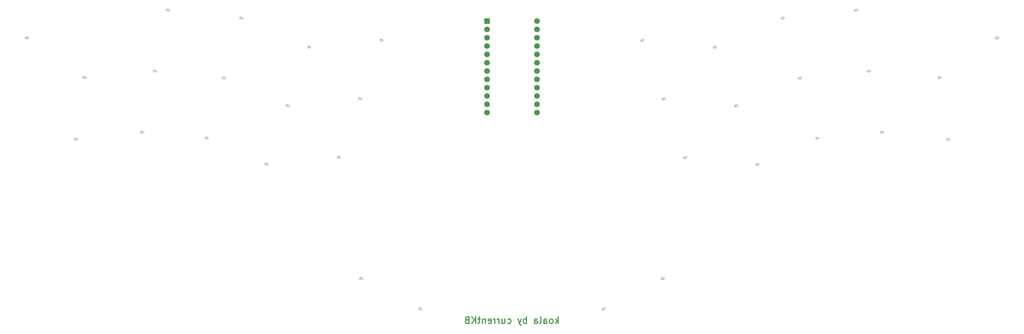
<source format=gbr>
%TF.GenerationSoftware,KiCad,Pcbnew,7.0.1-3b83917a11~172~ubuntu22.04.1*%
%TF.CreationDate,2023-04-10T14:49:45+02:00*%
%TF.ProjectId,koala-v1_ne,6b6f616c-612d-4763-915f-6e652e6b6963,v1.0.0*%
%TF.SameCoordinates,Original*%
%TF.FileFunction,Legend,Bot*%
%TF.FilePolarity,Positive*%
%FSLAX46Y46*%
G04 Gerber Fmt 4.6, Leading zero omitted, Abs format (unit mm)*
G04 Created by KiCad (PCBNEW 7.0.1-3b83917a11~172~ubuntu22.04.1) date 2023-04-10 14:49:45*
%MOMM*%
%LPD*%
G01*
G04 APERTURE LIST*
%ADD10C,0.300000*%
%ADD11C,0.100000*%
%ADD12R,1.752600X1.752600*%
%ADD13C,1.752600*%
G04 APERTURE END LIST*
D10*
X207514446Y-195150759D02*
X207514446Y-193150759D01*
X207323970Y-194388854D02*
X206752541Y-195150759D01*
X206752541Y-193817425D02*
X207514446Y-194579330D01*
X205609684Y-195150759D02*
X205800160Y-195055521D01*
X205800160Y-195055521D02*
X205895398Y-194960282D01*
X205895398Y-194960282D02*
X205990636Y-194769806D01*
X205990636Y-194769806D02*
X205990636Y-194198378D01*
X205990636Y-194198378D02*
X205895398Y-194007901D01*
X205895398Y-194007901D02*
X205800160Y-193912663D01*
X205800160Y-193912663D02*
X205609684Y-193817425D01*
X205609684Y-193817425D02*
X205323969Y-193817425D01*
X205323969Y-193817425D02*
X205133493Y-193912663D01*
X205133493Y-193912663D02*
X205038255Y-194007901D01*
X205038255Y-194007901D02*
X204943017Y-194198378D01*
X204943017Y-194198378D02*
X204943017Y-194769806D01*
X204943017Y-194769806D02*
X205038255Y-194960282D01*
X205038255Y-194960282D02*
X205133493Y-195055521D01*
X205133493Y-195055521D02*
X205323969Y-195150759D01*
X205323969Y-195150759D02*
X205609684Y-195150759D01*
X203228731Y-195150759D02*
X203228731Y-194103140D01*
X203228731Y-194103140D02*
X203323969Y-193912663D01*
X203323969Y-193912663D02*
X203514445Y-193817425D01*
X203514445Y-193817425D02*
X203895398Y-193817425D01*
X203895398Y-193817425D02*
X204085874Y-193912663D01*
X203228731Y-195055521D02*
X203419207Y-195150759D01*
X203419207Y-195150759D02*
X203895398Y-195150759D01*
X203895398Y-195150759D02*
X204085874Y-195055521D01*
X204085874Y-195055521D02*
X204181112Y-194865044D01*
X204181112Y-194865044D02*
X204181112Y-194674568D01*
X204181112Y-194674568D02*
X204085874Y-194484092D01*
X204085874Y-194484092D02*
X203895398Y-194388854D01*
X203895398Y-194388854D02*
X203419207Y-194388854D01*
X203419207Y-194388854D02*
X203228731Y-194293616D01*
X201990636Y-195150759D02*
X202181112Y-195055521D01*
X202181112Y-195055521D02*
X202276350Y-194865044D01*
X202276350Y-194865044D02*
X202276350Y-193150759D01*
X200371588Y-195150759D02*
X200371588Y-194103140D01*
X200371588Y-194103140D02*
X200466826Y-193912663D01*
X200466826Y-193912663D02*
X200657302Y-193817425D01*
X200657302Y-193817425D02*
X201038255Y-193817425D01*
X201038255Y-193817425D02*
X201228731Y-193912663D01*
X200371588Y-195055521D02*
X200562064Y-195150759D01*
X200562064Y-195150759D02*
X201038255Y-195150759D01*
X201038255Y-195150759D02*
X201228731Y-195055521D01*
X201228731Y-195055521D02*
X201323969Y-194865044D01*
X201323969Y-194865044D02*
X201323969Y-194674568D01*
X201323969Y-194674568D02*
X201228731Y-194484092D01*
X201228731Y-194484092D02*
X201038255Y-194388854D01*
X201038255Y-194388854D02*
X200562064Y-194388854D01*
X200562064Y-194388854D02*
X200371588Y-194293616D01*
X197895397Y-195150759D02*
X197895397Y-193150759D01*
X197895397Y-193912663D02*
X197704921Y-193817425D01*
X197704921Y-193817425D02*
X197323968Y-193817425D01*
X197323968Y-193817425D02*
X197133492Y-193912663D01*
X197133492Y-193912663D02*
X197038254Y-194007901D01*
X197038254Y-194007901D02*
X196943016Y-194198378D01*
X196943016Y-194198378D02*
X196943016Y-194769806D01*
X196943016Y-194769806D02*
X197038254Y-194960282D01*
X197038254Y-194960282D02*
X197133492Y-195055521D01*
X197133492Y-195055521D02*
X197323968Y-195150759D01*
X197323968Y-195150759D02*
X197704921Y-195150759D01*
X197704921Y-195150759D02*
X197895397Y-195055521D01*
X196276349Y-193817425D02*
X195800159Y-195150759D01*
X195323968Y-193817425D02*
X195800159Y-195150759D01*
X195800159Y-195150759D02*
X195990635Y-195626949D01*
X195990635Y-195626949D02*
X196085873Y-195722187D01*
X196085873Y-195722187D02*
X196276349Y-195817425D01*
X192181110Y-195055521D02*
X192371586Y-195150759D01*
X192371586Y-195150759D02*
X192752539Y-195150759D01*
X192752539Y-195150759D02*
X192943015Y-195055521D01*
X192943015Y-195055521D02*
X193038253Y-194960282D01*
X193038253Y-194960282D02*
X193133491Y-194769806D01*
X193133491Y-194769806D02*
X193133491Y-194198378D01*
X193133491Y-194198378D02*
X193038253Y-194007901D01*
X193038253Y-194007901D02*
X192943015Y-193912663D01*
X192943015Y-193912663D02*
X192752539Y-193817425D01*
X192752539Y-193817425D02*
X192371586Y-193817425D01*
X192371586Y-193817425D02*
X192181110Y-193912663D01*
X190466824Y-193817425D02*
X190466824Y-195150759D01*
X191323967Y-193817425D02*
X191323967Y-194865044D01*
X191323967Y-194865044D02*
X191228729Y-195055521D01*
X191228729Y-195055521D02*
X191038253Y-195150759D01*
X191038253Y-195150759D02*
X190752538Y-195150759D01*
X190752538Y-195150759D02*
X190562062Y-195055521D01*
X190562062Y-195055521D02*
X190466824Y-194960282D01*
X189514443Y-195150759D02*
X189514443Y-193817425D01*
X189514443Y-194198378D02*
X189419205Y-194007901D01*
X189419205Y-194007901D02*
X189323967Y-193912663D01*
X189323967Y-193912663D02*
X189133491Y-193817425D01*
X189133491Y-193817425D02*
X188943014Y-193817425D01*
X188276348Y-195150759D02*
X188276348Y-193817425D01*
X188276348Y-194198378D02*
X188181110Y-194007901D01*
X188181110Y-194007901D02*
X188085872Y-193912663D01*
X188085872Y-193912663D02*
X187895396Y-193817425D01*
X187895396Y-193817425D02*
X187704919Y-193817425D01*
X186276348Y-195055521D02*
X186466824Y-195150759D01*
X186466824Y-195150759D02*
X186847777Y-195150759D01*
X186847777Y-195150759D02*
X187038253Y-195055521D01*
X187038253Y-195055521D02*
X187133491Y-194865044D01*
X187133491Y-194865044D02*
X187133491Y-194103140D01*
X187133491Y-194103140D02*
X187038253Y-193912663D01*
X187038253Y-193912663D02*
X186847777Y-193817425D01*
X186847777Y-193817425D02*
X186466824Y-193817425D01*
X186466824Y-193817425D02*
X186276348Y-193912663D01*
X186276348Y-193912663D02*
X186181110Y-194103140D01*
X186181110Y-194103140D02*
X186181110Y-194293616D01*
X186181110Y-194293616D02*
X187133491Y-194484092D01*
X185323967Y-193817425D02*
X185323967Y-195150759D01*
X185323967Y-194007901D02*
X185228729Y-193912663D01*
X185228729Y-193912663D02*
X185038253Y-193817425D01*
X185038253Y-193817425D02*
X184752538Y-193817425D01*
X184752538Y-193817425D02*
X184562062Y-193912663D01*
X184562062Y-193912663D02*
X184466824Y-194103140D01*
X184466824Y-194103140D02*
X184466824Y-195150759D01*
X183800157Y-193817425D02*
X183038253Y-193817425D01*
X183514443Y-193150759D02*
X183514443Y-194865044D01*
X183514443Y-194865044D02*
X183419205Y-195055521D01*
X183419205Y-195055521D02*
X183228729Y-195150759D01*
X183228729Y-195150759D02*
X183038253Y-195150759D01*
X182371586Y-195150759D02*
X182371586Y-193150759D01*
X181228729Y-195150759D02*
X182085872Y-194007901D01*
X181228729Y-193150759D02*
X182371586Y-194293616D01*
X179704919Y-194103140D02*
X179419205Y-194198378D01*
X179419205Y-194198378D02*
X179323967Y-194293616D01*
X179323967Y-194293616D02*
X179228729Y-194484092D01*
X179228729Y-194484092D02*
X179228729Y-194769806D01*
X179228729Y-194769806D02*
X179323967Y-194960282D01*
X179323967Y-194960282D02*
X179419205Y-195055521D01*
X179419205Y-195055521D02*
X179609681Y-195150759D01*
X179609681Y-195150759D02*
X180371586Y-195150759D01*
X180371586Y-195150759D02*
X180371586Y-193150759D01*
X180371586Y-193150759D02*
X179704919Y-193150759D01*
X179704919Y-193150759D02*
X179514443Y-193245997D01*
X179514443Y-193245997D02*
X179419205Y-193341235D01*
X179419205Y-193341235D02*
X179323967Y-193531711D01*
X179323967Y-193531711D02*
X179323967Y-193722187D01*
X179323967Y-193722187D02*
X179419205Y-193912663D01*
X179419205Y-193912663D02*
X179514443Y-194007901D01*
X179514443Y-194007901D02*
X179704919Y-194103140D01*
X179704919Y-194103140D02*
X180371586Y-194103140D01*
D11*
%TO.C,D4*%
X79854836Y-136629151D02*
X80246095Y-136712316D01*
X80246095Y-136712316D02*
X80360447Y-136174335D01*
X80246095Y-136712316D02*
X80131744Y-137250297D01*
X80246095Y-136712316D02*
X80916149Y-136445804D01*
X80916149Y-136445804D02*
X80749819Y-137228322D01*
X80832984Y-136837063D02*
X81322058Y-136941019D01*
X80749819Y-137228322D02*
X80246095Y-136712316D01*
%TO.C,D25*%
X280630304Y-120454064D02*
X281014808Y-120343809D01*
X281014808Y-120343809D02*
X280863208Y-119815115D01*
X281014808Y-120343809D02*
X281166409Y-120872503D01*
X281014808Y-120343809D02*
X281481310Y-119793922D01*
X281481310Y-119793922D02*
X281701820Y-120562931D01*
X281591565Y-120178427D02*
X282072196Y-120040608D01*
X281701820Y-120562931D02*
X281014808Y-120343809D01*
%TO.C,D12*%
X130861462Y-110521547D02*
X131237339Y-110658355D01*
X131237339Y-110658355D02*
X131425450Y-110141524D01*
X131237339Y-110658355D02*
X131049228Y-111175186D01*
X131237339Y-110658355D02*
X131937962Y-110487690D01*
X131937962Y-110487690D02*
X131664346Y-111239444D01*
X131801154Y-110863567D02*
X132271000Y-111034577D01*
X131664346Y-111239444D02*
X131237339Y-110658355D01*
%TO.C,D33*%
X238786390Y-181691231D02*
X239162267Y-181554423D01*
X239162267Y-181554423D02*
X238974156Y-181037592D01*
X239162267Y-181554423D02*
X239350378Y-182071254D01*
X239162267Y-181554423D02*
X239589274Y-180973334D01*
X239589274Y-180973334D02*
X239862890Y-181725088D01*
X239726082Y-181349211D02*
X240195928Y-181178201D01*
X239862890Y-181725088D02*
X239162267Y-181554423D01*
%TO.C,D31*%
X239095725Y-126842656D02*
X239471602Y-126705848D01*
X239471602Y-126705848D02*
X239283491Y-126189017D01*
X239471602Y-126705848D02*
X239659713Y-127222679D01*
X239471602Y-126705848D02*
X239898609Y-126124759D01*
X239898609Y-126124759D02*
X240172225Y-126876513D01*
X240035417Y-126500636D02*
X240505263Y-126329626D01*
X240172225Y-126876513D02*
X239471602Y-126705848D01*
%TO.C,D16*%
X146753902Y-181178199D02*
X147129779Y-181315007D01*
X147129779Y-181315007D02*
X147317890Y-180798176D01*
X147129779Y-181315007D02*
X146941668Y-181831838D01*
X147129779Y-181315007D02*
X147830402Y-181144342D01*
X147830402Y-181144342D02*
X147556786Y-181896096D01*
X147693594Y-181520219D02*
X148163440Y-181691229D01*
X147556786Y-181896096D02*
X147129779Y-181315007D01*
%TO.C,D3*%
X44763076Y-107885333D02*
X45159183Y-107941002D01*
X45159183Y-107941002D02*
X45235728Y-107396355D01*
X45159183Y-107941002D02*
X45082638Y-108485650D01*
X45159183Y-107941002D02*
X45809013Y-107628399D01*
X45809013Y-107628399D02*
X45697675Y-108420614D01*
X45753344Y-108024506D02*
X46248478Y-108094093D01*
X45697675Y-108420614D02*
X45159183Y-107941002D01*
%TO.C,D14*%
X146444562Y-126329629D02*
X146820439Y-126466437D01*
X146820439Y-126466437D02*
X147008550Y-125949606D01*
X146820439Y-126466437D02*
X146632328Y-126983268D01*
X146820439Y-126466437D02*
X147521062Y-126295772D01*
X147521062Y-126295772D02*
X147247446Y-127047526D01*
X147384254Y-126671649D02*
X147854100Y-126842659D01*
X147247446Y-127047526D02*
X146820439Y-126466437D01*
%TO.C,D34*%
X220823131Y-191136717D02*
X221150792Y-190907287D01*
X221150792Y-190907287D02*
X220835325Y-190456753D01*
X221150792Y-190907287D02*
X221466259Y-191357820D01*
X221150792Y-190907287D02*
X221412852Y-190235480D01*
X221412852Y-190235480D02*
X221871714Y-190890802D01*
X221642283Y-190563141D02*
X222051859Y-190276353D01*
X221871714Y-190890802D02*
X221150792Y-190907287D01*
%TO.C,D21*%
X305627766Y-136941023D02*
X306019025Y-136857858D01*
X306019025Y-136857858D02*
X305904674Y-136319877D01*
X306019025Y-136857858D02*
X306133377Y-137395839D01*
X306019025Y-136857858D02*
X306522749Y-136341852D01*
X306522749Y-136341852D02*
X306689079Y-137124370D01*
X306605914Y-136733111D02*
X307094988Y-136629155D01*
X306689079Y-137124370D02*
X306019025Y-136857858D01*
%TO.C,D29*%
X254678819Y-111034583D02*
X255054696Y-110897775D01*
X255054696Y-110897775D02*
X254866585Y-110380944D01*
X255054696Y-110897775D02*
X255242807Y-111414606D01*
X255054696Y-110897775D02*
X255481703Y-110316686D01*
X255481703Y-110316686D02*
X255755319Y-111068440D01*
X255618511Y-110692563D02*
X256088357Y-110521553D01*
X255755319Y-111068440D02*
X255054696Y-110897775D01*
%TO.C,D2*%
X62302060Y-119968882D02*
X62698167Y-120024551D01*
X62698167Y-120024551D02*
X62774712Y-119479904D01*
X62698167Y-120024551D02*
X62621622Y-120569199D01*
X62698167Y-120024551D02*
X63347997Y-119711948D01*
X63347997Y-119711948D02*
X63236659Y-120504163D01*
X63292328Y-120108055D02*
X63787462Y-120177642D01*
X63236659Y-120504163D02*
X62698167Y-120024551D01*
%TO.C,D11*%
X124345981Y-128422696D02*
X124721858Y-128559504D01*
X124721858Y-128559504D02*
X124909969Y-128042673D01*
X124721858Y-128559504D02*
X124533747Y-129076335D01*
X124721858Y-128559504D02*
X125422481Y-128388839D01*
X125422481Y-128388839D02*
X125148865Y-129140593D01*
X125285673Y-128764716D02*
X125755519Y-128935726D01*
X125148865Y-129140593D02*
X124721858Y-128559504D01*
%TO.C,D18*%
X325813604Y-139042252D02*
X326209711Y-138986583D01*
X326209711Y-138986583D02*
X326133166Y-138441935D01*
X326209711Y-138986583D02*
X326286256Y-139531230D01*
X326209711Y-138986583D02*
X326748203Y-138506971D01*
X326748203Y-138506971D02*
X326859541Y-139299186D01*
X326803872Y-138903079D02*
X327299006Y-138833492D01*
X326859541Y-139299186D02*
X326209711Y-138986583D01*
%TO.C,D20*%
X340701342Y-108094090D02*
X341097449Y-108038421D01*
X341097449Y-108038421D02*
X341020904Y-107493773D01*
X341097449Y-108038421D02*
X341173994Y-108583068D01*
X341097449Y-108038421D02*
X341635941Y-107558809D01*
X341635941Y-107558809D02*
X341747279Y-108351024D01*
X341691610Y-107954917D02*
X342186744Y-107885330D01*
X341747279Y-108351024D02*
X341097449Y-108038421D01*
%TO.C,D23*%
X297706332Y-99673597D02*
X298097591Y-99590432D01*
X298097591Y-99590432D02*
X297983240Y-99052451D01*
X298097591Y-99590432D02*
X298211943Y-100128413D01*
X298097591Y-99590432D02*
X298601315Y-99074426D01*
X298601315Y-99074426D02*
X298767645Y-99856944D01*
X298684480Y-99465685D02*
X299173554Y-99361729D01*
X298767645Y-99856944D02*
X298097591Y-99590432D01*
%TO.C,D24*%
X285881197Y-138766094D02*
X286265701Y-138655839D01*
X286265701Y-138655839D02*
X286114101Y-138127145D01*
X286265701Y-138655839D02*
X286417302Y-139184533D01*
X286265701Y-138655839D02*
X286732203Y-138105952D01*
X286732203Y-138105952D02*
X286952713Y-138874961D01*
X286842458Y-138490457D02*
X287323089Y-138352638D01*
X286952713Y-138874961D02*
X286265701Y-138655839D01*
%TO.C,D10*%
X117830492Y-146323840D02*
X118206369Y-146460648D01*
X118206369Y-146460648D02*
X118394480Y-145943817D01*
X118206369Y-146460648D02*
X118018258Y-146977479D01*
X118206369Y-146460648D02*
X118906992Y-146289983D01*
X118906992Y-146289983D02*
X118633376Y-147041737D01*
X118770184Y-146665860D02*
X119240030Y-146836870D01*
X118633376Y-147041737D02*
X118206369Y-146460648D01*
%TO.C,D1*%
X59650814Y-138833496D02*
X60046921Y-138889165D01*
X60046921Y-138889165D02*
X60123466Y-138344518D01*
X60046921Y-138889165D02*
X59970376Y-139433813D01*
X60046921Y-138889165D02*
X60696751Y-138576562D01*
X60696751Y-138576562D02*
X60585413Y-139368777D01*
X60641082Y-138972669D02*
X61136216Y-139042256D01*
X60585413Y-139368777D02*
X60046921Y-138889165D01*
%TO.C,D5*%
X83815557Y-117995442D02*
X84206816Y-118078607D01*
X84206816Y-118078607D02*
X84321168Y-117540626D01*
X84206816Y-118078607D02*
X84092465Y-118616588D01*
X84206816Y-118078607D02*
X84876870Y-117812095D01*
X84876870Y-117812095D02*
X84710540Y-118594613D01*
X84793705Y-118203354D02*
X85282779Y-118307310D01*
X84710540Y-118594613D02*
X84206816Y-118078607D01*
%TO.C,D9*%
X110128525Y-101728574D02*
X110513029Y-101838829D01*
X110513029Y-101838829D02*
X110664630Y-101310135D01*
X110513029Y-101838829D02*
X110361429Y-102367523D01*
X110513029Y-101838829D02*
X111200041Y-101619707D01*
X111200041Y-101619707D02*
X110979531Y-102388716D01*
X111089786Y-102004211D02*
X111570417Y-102142030D01*
X110979531Y-102388716D02*
X110513029Y-101838829D01*
%TO.C,D28*%
X261194308Y-128935725D02*
X261570185Y-128798917D01*
X261570185Y-128798917D02*
X261382074Y-128282086D01*
X261570185Y-128798917D02*
X261758296Y-129315748D01*
X261570185Y-128798917D02*
X261997192Y-128217828D01*
X261997192Y-128217828D02*
X262270808Y-128969582D01*
X262134000Y-128593705D02*
X262603846Y-128422695D01*
X262270808Y-128969582D02*
X261570185Y-128798917D01*
%TO.C,D26*%
X275379411Y-102142028D02*
X275763915Y-102031773D01*
X275763915Y-102031773D02*
X275612315Y-101503079D01*
X275763915Y-102031773D02*
X275915516Y-102560467D01*
X275763915Y-102031773D02*
X276230417Y-101481886D01*
X276230417Y-101481886D02*
X276450927Y-102250895D01*
X276340672Y-101866391D02*
X276821303Y-101728572D01*
X276450927Y-102250895D02*
X275763915Y-102031773D01*
%TO.C,D15*%
X152960049Y-108428485D02*
X153335926Y-108565293D01*
X153335926Y-108565293D02*
X153524037Y-108048462D01*
X153335926Y-108565293D02*
X153147815Y-109082124D01*
X153335926Y-108565293D02*
X154036549Y-108394628D01*
X154036549Y-108394628D02*
X153762933Y-109146382D01*
X153899741Y-108770505D02*
X154369587Y-108941515D01*
X153762933Y-109146382D02*
X153335926Y-108565293D01*
%TO.C,D27*%
X267709788Y-146836872D02*
X268085665Y-146700064D01*
X268085665Y-146700064D02*
X267897554Y-146183233D01*
X268085665Y-146700064D02*
X268273776Y-147216895D01*
X268085665Y-146700064D02*
X268512672Y-146118975D01*
X268512672Y-146118975D02*
X268786288Y-146870729D01*
X268649480Y-146494852D02*
X269119326Y-146323842D01*
X268786288Y-146870729D02*
X268085665Y-146700064D01*
%TO.C,D17*%
X164897967Y-190276347D02*
X165225628Y-190505777D01*
X165225628Y-190505777D02*
X165541095Y-190055244D01*
X165225628Y-190505777D02*
X164910161Y-190956311D01*
X165225628Y-190505777D02*
X165946550Y-190522262D01*
X165946550Y-190522262D02*
X165487688Y-191177584D01*
X165717119Y-190849923D02*
X166126695Y-191136711D01*
X165487688Y-191177584D02*
X165225628Y-190505777D01*
%TO.C,D32*%
X232580246Y-108941511D02*
X232956123Y-108804703D01*
X232956123Y-108804703D02*
X232768012Y-108287872D01*
X232956123Y-108804703D02*
X233144234Y-109321534D01*
X232956123Y-108804703D02*
X233383130Y-108223614D01*
X233383130Y-108223614D02*
X233656746Y-108975368D01*
X233519938Y-108599491D02*
X233989784Y-108428481D01*
X233656746Y-108975368D02*
X232956123Y-108804703D01*
%TO.C,D8*%
X104877628Y-120040604D02*
X105262132Y-120150859D01*
X105262132Y-120150859D02*
X105413733Y-119622165D01*
X105262132Y-120150859D02*
X105110532Y-120679553D01*
X105262132Y-120150859D02*
X105949144Y-119931737D01*
X105949144Y-119931737D02*
X105728634Y-120700746D01*
X105838889Y-120316241D02*
X106319520Y-120454060D01*
X105728634Y-120700746D02*
X105262132Y-120150859D01*
%TO.C,D30*%
X245611210Y-144743799D02*
X245987087Y-144606991D01*
X245987087Y-144606991D02*
X245798976Y-144090160D01*
X245987087Y-144606991D02*
X246175198Y-145123822D01*
X245987087Y-144606991D02*
X246414094Y-144025902D01*
X246414094Y-144025902D02*
X246687710Y-144777656D01*
X246550902Y-144401779D02*
X247020748Y-144230769D01*
X246687710Y-144777656D02*
X245987087Y-144606991D01*
%TO.C,D7*%
X99626732Y-138352639D02*
X100011236Y-138462894D01*
X100011236Y-138462894D02*
X100162837Y-137934200D01*
X100011236Y-138462894D02*
X99859636Y-138991588D01*
X100011236Y-138462894D02*
X100698248Y-138243772D01*
X100698248Y-138243772D02*
X100477738Y-139012781D01*
X100587993Y-138628276D02*
X101068624Y-138766095D01*
X100477738Y-139012781D02*
X100011236Y-138462894D01*
%TO.C,D6*%
X87776272Y-99361731D02*
X88167531Y-99444896D01*
X88167531Y-99444896D02*
X88281883Y-98906915D01*
X88167531Y-99444896D02*
X88053180Y-99982877D01*
X88167531Y-99444896D02*
X88837585Y-99178384D01*
X88837585Y-99178384D02*
X88671255Y-99960902D01*
X88754420Y-99569643D02*
X89243494Y-99673599D01*
X88671255Y-99960902D02*
X88167531Y-99444896D01*
%TO.C,D13*%
X139929077Y-144230774D02*
X140304954Y-144367582D01*
X140304954Y-144367582D02*
X140493065Y-143850751D01*
X140304954Y-144367582D02*
X140116843Y-144884413D01*
X140304954Y-144367582D02*
X141005577Y-144196917D01*
X141005577Y-144196917D02*
X140731961Y-144948671D01*
X140868769Y-144572794D02*
X141338615Y-144743804D01*
X140731961Y-144948671D02*
X140304954Y-144367582D01*
%TO.C,D22*%
X301667052Y-118307310D02*
X302058311Y-118224145D01*
X302058311Y-118224145D02*
X301943960Y-117686164D01*
X302058311Y-118224145D02*
X302172663Y-118762126D01*
X302058311Y-118224145D02*
X302562035Y-117708139D01*
X302562035Y-117708139D02*
X302728365Y-118490657D01*
X302645200Y-118099398D02*
X303134274Y-117995442D01*
X302728365Y-118490657D02*
X302058311Y-118224145D01*
%TO.C,D19*%
X323162363Y-120177642D02*
X323558470Y-120121973D01*
X323558470Y-120121973D02*
X323481925Y-119577325D01*
X323558470Y-120121973D02*
X323635015Y-120666620D01*
X323558470Y-120121973D02*
X324096962Y-119642361D01*
X324096962Y-119642361D02*
X324208300Y-120434576D01*
X324152631Y-120038469D02*
X324647765Y-119968882D01*
X324208300Y-120434576D02*
X323558470Y-120121973D01*
%TD*%
D12*
%TO.C,MCU1*%
X185854909Y-102917674D03*
D13*
X185854909Y-105457674D03*
X185854909Y-107997674D03*
X185854909Y-110537674D03*
X185854909Y-113077674D03*
X185854909Y-115617674D03*
X185854909Y-118157674D03*
X185854909Y-120697674D03*
X185854909Y-123237674D03*
X185854909Y-125777674D03*
X185854909Y-128317674D03*
X185854909Y-130857674D03*
X201094909Y-102917674D03*
X201094909Y-105457674D03*
X201094909Y-107997674D03*
X201094909Y-110537674D03*
X201094909Y-113077674D03*
X201094909Y-115617674D03*
X201094909Y-118157674D03*
X201094909Y-120697674D03*
X201094909Y-123237674D03*
X201094909Y-125777674D03*
X201094909Y-128317674D03*
X201094909Y-130857674D03*
%TD*%
M02*

</source>
